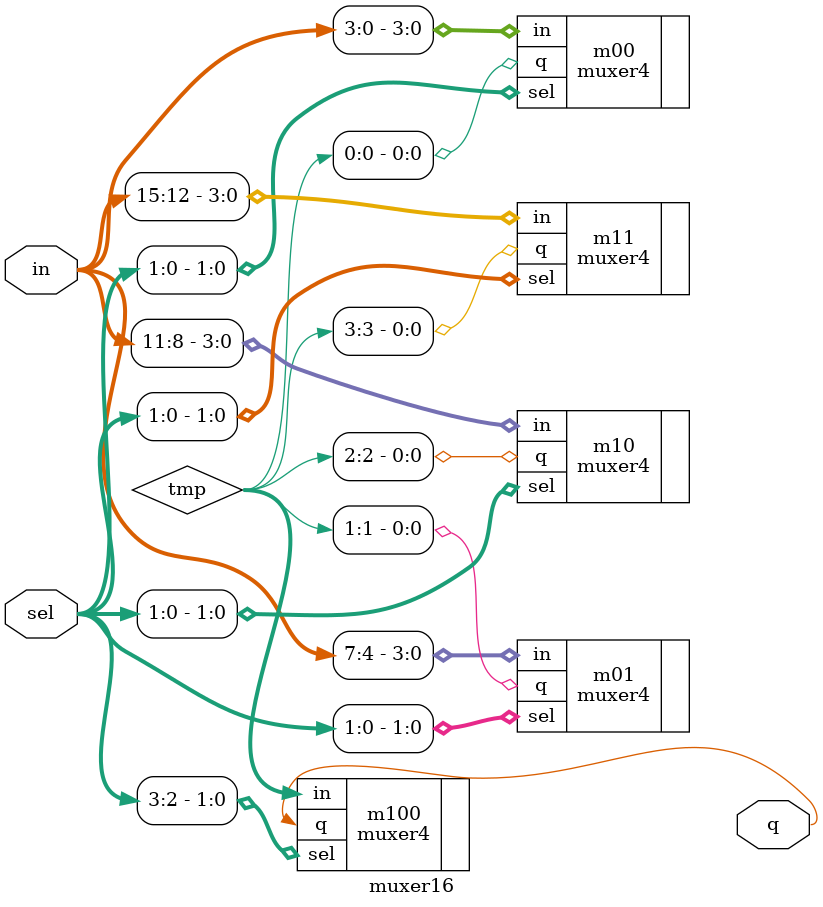
<source format=sv>
module muxer16(
    input [15:0] in,
    input [3:0] sel,
    output logic q
    );
    
logic [3:0] tmp;

muxer4 m00(.in(in[3:0]), .sel(sel[1:0]), .q(tmp[0]));
muxer4 m01(.in(in[7:4]), .sel(sel[1:0]), .q(tmp[1]));
muxer4 m10(.in(in[11:8]), .sel(sel[1:0]), .q(tmp[2]));
muxer4 m11(.in(in[15:12]), .sel(sel[1:0]), .q(tmp[3]));

muxer4 m100(.in(tmp), .sel(sel[3:2]), .q(q));

endmodule    
</source>
